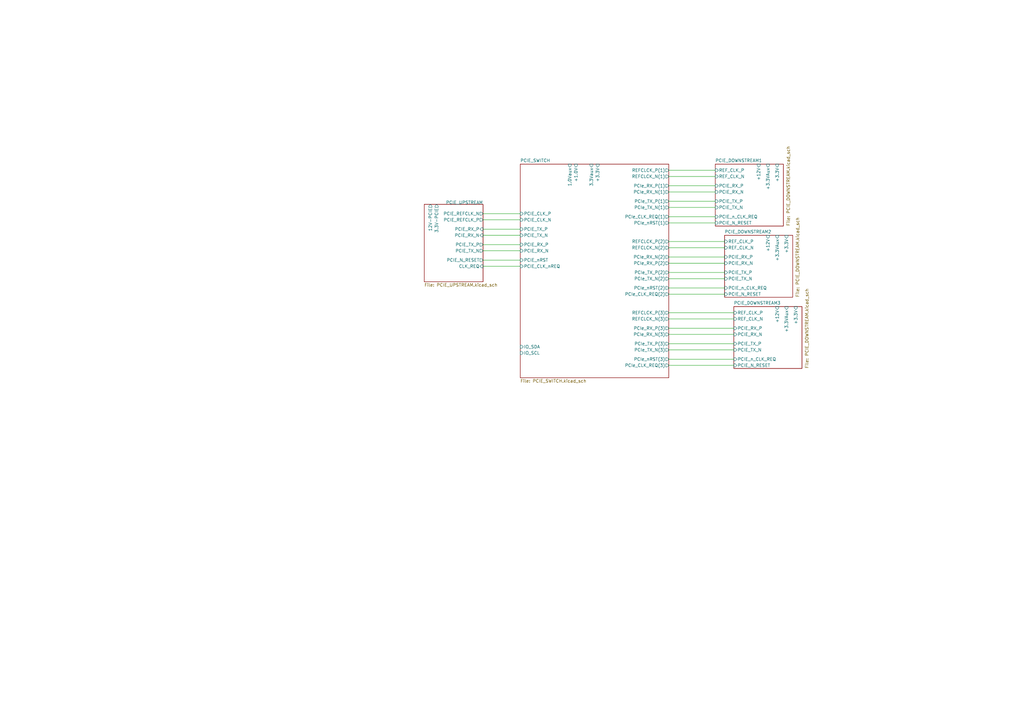
<source format=kicad_sch>
(kicad_sch (version 20230121) (generator eeschema)
  (paper "A3")
  (lib_symbols)
  (wire (pts (xy 274.32 137.16) (xy 300.99 137.16)))
  (wire (pts (xy 274.32 107.95) (xy 297.18 107.95)))
  (wire (pts (xy 274.32 128.27) (xy 300.99 128.27)))
  (wire (pts (xy 198.12 93.98) (xy 213.36 93.98)))
  (wire (pts (xy 198.12 106.68) (xy 213.36 106.68)))
  (wire (pts (xy 198.12 96.52) (xy 213.36 96.52)))
  (wire (pts (xy 274.32 118.11) (xy 297.18 118.11)))
  (wire (pts (xy 274.32 143.51) (xy 300.99 143.51)))
  (wire (pts (xy 274.32 101.6) (xy 297.18 101.6)))
  (wire (pts (xy 274.32 130.81) (xy 300.99 130.81)))
  (wire (pts (xy 274.32 76.2) (xy 293.37 76.2)))
  (wire (pts (xy 274.32 120.65) (xy 297.18 120.65)))
  (wire (pts (xy 198.12 109.22) (xy 213.36 109.22)))
  (wire (pts (xy 274.32 72.39) (xy 293.37 72.39)))
  (wire (pts (xy 274.32 114.3) (xy 297.18 114.3)))
  (wire (pts (xy 274.32 69.85) (xy 293.37 69.85)))
  (wire (pts (xy 274.32 82.55) (xy 293.37 82.55)))
  (wire (pts (xy 274.32 147.32) (xy 300.99 147.32)))
  (wire (pts (xy 198.12 102.87) (xy 213.36 102.87)))
  (wire (pts (xy 274.32 99.06) (xy 297.18 99.06)))
  (wire (pts (xy 274.32 88.9) (xy 293.37 88.9)))
  (wire (pts (xy 274.32 85.09) (xy 293.37 85.09)))
  (wire (pts (xy 274.32 78.74) (xy 293.37 78.74)))
  (wire (pts (xy 198.12 87.63) (xy 213.36 87.63)))
  (wire (pts (xy 274.32 149.86) (xy 300.99 149.86)))
  (wire (pts (xy 274.32 91.44) (xy 293.37 91.44)))
  (wire (pts (xy 198.12 100.33) (xy 213.36 100.33)))
  (wire (pts (xy 274.32 140.97) (xy 300.99 140.97)))
  (wire (pts (xy 274.32 111.76) (xy 297.18 111.76)))
  (wire (pts (xy 198.12 90.17) (xy 213.36 90.17)))
  (wire (pts (xy 274.32 105.41) (xy 297.18 105.41)))
  (wire (pts (xy 274.32 134.62) (xy 300.99 134.62)))
  (sheet (at 297.18 96.52) (size 27.94 25.4) (stroke (width 0.1524))
    (property "Sheetname" "PCIE_DOWNSTREAM2" (at 297.18 95.8084 0) (effects (justify left bottom)))
    (property "Sheetfile" "PCIE_DOWNSTREAM.kicad_sch" (at 326.39 121.92 90) (effects (justify left top)))
    (pin "PCIE_TX_N" input (at 297.18 114.3 180))
    (pin "PCIE_TX_P" input (at 297.18 111.76 180))
    (pin "+3.3V" input (at 322.58 96.52 90))
    (pin "+3.3VAux" input (at 318.77 96.52 90))
    (pin "PCIE_n_CLK_REQ" input (at 297.18 118.11 180))
    (pin "+12V" input (at 314.96 96.52 90))
    (pin "PCIE_N_RESET" input (at 297.18 120.65 180))
    (pin "REF_CLK_P" input (at 297.18 99.06 180))
    (pin "REF_CLK_N" input (at 297.18 101.6 180))
    (pin "PCIE_RX_P" input (at 297.18 105.41 180))
    (pin "PCIE_RX_N" input (at 297.18 107.95 180))
  )
  (sheet (at 213.36 67.31) (size 60.96 87.63) (stroke (width 0.1524))
    (property "Sheetname" "PCIE_SWITCH" (at 213.36 66.5984 0) (effects (justify left bottom)))
    (property "Sheetfile" "PCIE_SWITCH.kicad_sch" (at 213.36 155.5246 0) (effects (justify left top)))
    (pin "+1.0V" input (at 236.22 67.31 90))
    (pin "+3.3V" input (at 245.11 67.31 90))
    (pin "PCIe_RX_P(1)" output (at 274.32 76.2 0))
    (pin "PCIe_TX_P(1)" output (at 274.32 82.55 0))
    (pin "PCIe_CLK_REQ(1)" output (at 274.32 88.9 0))
    (pin "PCIe_RX_N(1)" output (at 274.32 78.74 0))
    (pin "REFCLCK_P(1)" output (at 274.32 69.85 0))
    (pin "PCIe_nRST(1)" output (at 274.32 91.44 0))
    (pin "REFCLCK_N(1)" output (at 274.32 72.39 0))
    (pin "PCIe_TX_N(1)" output (at 274.32 85.09 0))
    (pin "PCIe_CLK_REQ(3)" output (at 274.32 149.86 0))
    (pin "REFCLCK_N(3)" output (at 274.32 130.81 0))
    (pin "PCIe_nRST(3)" output (at 274.32 147.32 0))
    (pin "REFCLCK_P(3)" output (at 274.32 128.27 0))
    (pin "PCIe_RX_P(3)" output (at 274.32 134.62 0))
    (pin "PCIe_TX_P(3)" output (at 274.32 140.97 0))
    (pin "PCIe_RX_N(3)" output (at 274.32 137.16 0))
    (pin "PCIe_TX_N(3)" output (at 274.32 143.51 0))
    (pin "PCIe_TX_P(2)" output (at 274.32 111.76 0))
    (pin "PCIe_TX_N(2)" output (at 274.32 114.3 0))
    (pin "PCIe_RX_N(2)" output (at 274.32 105.41 0))
    (pin "REFCLCK_P(2)" output (at 274.32 99.06 0))
    (pin "REFCLCK_N(2)" output (at 274.32 101.6 0))
    (pin "PCIe_RX_P(2)" output (at 274.32 107.95 0))
    (pin "PCIe_CLK_REQ(2)" output (at 274.32 120.65 0))
    (pin "PCIe_nRST(2)" output (at 274.32 118.11 0))
    (pin "PCIE_CLK_N" input (at 213.36 90.17 180))
    (pin "PCIE_nRST" input (at 213.36 106.68 180))
    (pin "PCIE_CLK_P" input (at 213.36 87.63 180))
    (pin "PCIE_CLK_nREQ" input (at 213.36 109.22 180))
    (pin "PCIE_RX_N" input (at 213.36 102.87 180))
    (pin "PCIE_TX_P" input (at 213.36 93.98 180))
    (pin "IO_SDA" input (at 213.36 142.24 180))
    (pin "PCIE_RX_P" input (at 213.36 100.33 180))
    (pin "PCIE_TX_N" input (at 213.36 96.52 180))
    (pin "IO_SCL" input (at 213.36 144.78 180))
    (pin "3.3Vaux" input (at 242.57 67.31 90))
    (pin "1.0Vaux" input (at 233.68 67.31 90))
  )
  (sheet (at 300.99 125.73) (size 27.94 25.4) (stroke (width 0.1524))
    (property "Sheetname" "PCIE_DOWNSTREAM3" (at 300.99 125.0184 0) (effects (justify left bottom)))
    (property "Sheetfile" "PCIE_DOWNSTREAM.kicad_sch" (at 330.2 151.13 90) (effects (justify left top)))
    (pin "PCIE_TX_N" input (at 300.99 143.51 180))
    (pin "PCIE_TX_P" input (at 300.99 140.97 180))
    (pin "+3.3V" input (at 326.39 125.73 90))
    (pin "+3.3VAux" input (at 322.58 125.73 90))
    (pin "PCIE_n_CLK_REQ" input (at 300.99 147.32 180))
    (pin "+12V" input (at 318.77 125.73 90))
    (pin "PCIE_N_RESET" input (at 300.99 149.86 180))
    (pin "REF_CLK_P" input (at 300.99 128.27 180))
    (pin "REF_CLK_N" input (at 300.99 130.81 180))
    (pin "PCIE_RX_P" input (at 300.99 134.62 180))
    (pin "PCIE_RX_N" input (at 300.99 137.16 180))
  )
  (sheet (at 293.37 67.31) (size 27.94 25.4) (stroke (width 0.1524))
    (property "Sheetname" "PCIE_DOWNSTREAM1" (at 293.37 66.5984 0) (effects (justify left bottom)))
    (property "Sheetfile" "PCIE_DOWNSTREAM.kicad_sch" (at 322.58 92.71 90) (effects (justify left top)))
    (pin "PCIE_TX_N" input (at 293.37 85.09 180))
    (pin "PCIE_TX_P" input (at 293.37 82.55 180))
    (pin "+3.3V" input (at 318.77 67.31 90))
    (pin "+3.3VAux" input (at 314.96 67.31 90))
    (pin "PCIE_n_CLK_REQ" input (at 293.37 88.9 180))
    (pin "+12V" input (at 311.15 67.31 90))
    (pin "PCIE_N_RESET" input (at 293.37 91.44 180))
    (pin "REF_CLK_P" input (at 293.37 69.85 180))
    (pin "REF_CLK_N" input (at 293.37 72.39 180))
    (pin "PCIE_RX_P" input (at 293.37 76.2 180))
    (pin "PCIE_RX_N" input (at 293.37 78.74 180))
  )
  (sheet (at 173.99 83.82) (size 24.13 31.75) (stroke (width 0.1524))
    (property "Sheetname" "PCIE_UPSTREAM" (at 182.88 83.82 0) (effects (justify left bottom)))
    (property "Sheetfile" "PCIE_UPSTREAM.kicad_sch" (at 173.99 116.1546 0) (effects (justify left top)))
    (pin "PCIE_RX_N" input (at 198.12 96.52 0))
    (pin "PCIE_RX_P" input (at 198.12 93.98 0))
    (pin "PCIE_N_RESET" output (at 198.12 106.68 0))
    (pin "PCIE_REFCLK_N" output (at 198.12 87.63 0))
    (pin "PCIE_TX_P" output (at 198.12 100.33 0))
    (pin "PCIE_REFCLK_P" output (at 198.12 90.17 0))
    (pin "PCIE_TX_N" output (at 198.12 102.87 0))
    (pin "12V-PCIE" output (at 176.53 83.82 90))
    (pin "3.3V-PCIE" output (at 179.07 83.82 90))
    (pin "CLK_REQ" input (at 198.12 109.22 0))
  )
)
</source>
